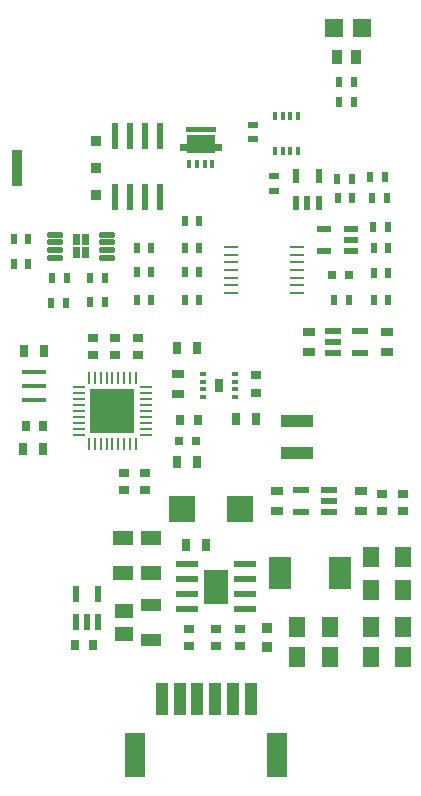
<source format=gtp>
G04*
G04 #@! TF.GenerationSoftware,Altium Limited,Altium Designer,19.1.8 (144)*
G04*
G04 Layer_Color=8421504*
%FSLAX44Y44*%
%MOMM*%
G71*
G01*
G75*
%ADD19R,1.5000X1.5000*%
%ADD20R,0.9500X1.3000*%
%ADD21R,0.6000X0.8500*%
G04:AMPARAMS|DCode=22|XSize=0.76mm|YSize=0.32mm|CornerRadius=0.04mm|HoleSize=0mm|Usage=FLASHONLY|Rotation=270.000|XOffset=0mm|YOffset=0mm|HoleType=Round|Shape=RoundedRectangle|*
%AMROUNDEDRECTD22*
21,1,0.7600,0.2400,0,0,270.0*
21,1,0.6800,0.3200,0,0,270.0*
1,1,0.0800,-0.1200,-0.3400*
1,1,0.0800,-0.1200,0.3400*
1,1,0.0800,0.1200,0.3400*
1,1,0.0800,0.1200,-0.3400*
%
%ADD22ROUNDEDRECTD22*%
%ADD23R,0.8500X0.6000*%
%ADD24R,0.5008X1.2112*%
%ADD25R,1.2112X0.5008*%
%ADD26R,1.0000X0.8000*%
%ADD27R,0.8000X0.8000*%
%ADD28O,1.1968X0.1468*%
G04:AMPARAMS|DCode=29|XSize=1.37mm|YSize=0.46mm|CornerRadius=0.115mm|HoleSize=0mm|Usage=FLASHONLY|Rotation=180.000|XOffset=0mm|YOffset=0mm|HoleType=Round|Shape=RoundedRectangle|*
%AMROUNDEDRECTD29*
21,1,1.3700,0.2300,0,0,180.0*
21,1,1.1400,0.4600,0,0,180.0*
1,1,0.2300,-0.5700,0.1150*
1,1,0.2300,0.5700,0.1150*
1,1,0.2300,0.5700,-0.1150*
1,1,0.2300,-0.5700,-0.1150*
%
%ADD29ROUNDEDRECTD29*%
%ADD30R,1.3208X0.5588*%
%ADD31R,0.5250X0.3000*%
%ADD32R,0.9000X0.7000*%
%ADD33R,0.8000X1.0000*%
%ADD34R,0.7000X0.9000*%
%ADD35R,1.0800X0.2600*%
%ADD36R,0.2600X1.0800*%
%ADD37R,3.7000X3.7000*%
%ADD38R,2.0000X0.4000*%
%ADD39R,2.2000X2.3000*%
%ADD40R,1.9050X2.7940*%
%ADD41R,1.3800X1.8200*%
%ADD42R,0.9300X0.8900*%
%ADD43R,2.1300X3.0000*%
%ADD44R,1.9700X0.6000*%
%ADD45R,1.7200X1.0500*%
%ADD46R,1.5000X1.3000*%
%ADD47R,1.8000X3.8000*%
%ADD48R,1.0000X2.7000*%
%ADD49R,0.5588X1.3208*%
%ADD50R,1.8200X1.1500*%
%ADD51R,2.3700X1.6000*%
%ADD52R,0.4200X0.6600*%
%ADD53R,0.6000X2.2000*%
%ADD54R,0.9144X0.8128*%
%ADD55R,0.9144X3.0988*%
%ADD56R,2.7000X1.1000*%
G36*
X1586800Y649040D02*
X1593800D01*
Y637640D01*
X1586800D01*
Y649040D01*
D02*
G37*
G36*
X1596200D02*
X1603200D01*
Y637640D01*
X1596200D01*
Y649040D01*
D02*
G37*
G36*
X1586800Y662840D02*
X1593800D01*
Y651440D01*
X1586800D01*
Y662840D01*
D02*
G37*
G36*
X1596200D02*
X1603200D01*
Y651440D01*
X1596200D01*
Y662840D01*
D02*
G37*
G36*
X1495220Y810530D02*
X1519190D01*
Y786560D01*
X1495220D01*
Y810530D01*
D02*
G37*
G36*
X1594410Y814920D02*
Y825920D01*
X1600910D01*
Y814920D01*
X1594410D01*
D02*
G37*
G36*
X1479870Y928680D02*
X1474170D01*
Y937580D01*
X1479870D01*
Y928680D01*
D02*
G37*
G36*
X1487470D02*
X1481770D01*
Y937580D01*
X1487470D01*
Y928680D01*
D02*
G37*
G36*
X1595470Y1034900D02*
X1569370D01*
Y1039200D01*
X1595470D01*
Y1034900D01*
D02*
G37*
G36*
X1599945Y1019275D02*
X1594145D01*
Y1024725D01*
X1599945D01*
Y1019275D01*
D02*
G37*
G36*
X1570695D02*
X1564895D01*
Y1024725D01*
X1570695D01*
Y1019275D01*
D02*
G37*
G36*
X1587520Y1017850D02*
X1577320D01*
Y1032850D01*
X1587520D01*
Y1017850D01*
D02*
G37*
G36*
X1487470Y939480D02*
X1481770D01*
Y948380D01*
X1487470D01*
Y939480D01*
D02*
G37*
G36*
X1479870D02*
X1474170D01*
Y948380D01*
X1479870D01*
Y939480D01*
D02*
G37*
D19*
X1695030Y1123200D02*
D03*
X1718670Y1123148D02*
D03*
D20*
X1713828Y1099022D02*
D03*
X1697328D02*
D03*
D21*
X1699170Y1077166D02*
D03*
X1711614D02*
D03*
X1699388Y1060450D02*
D03*
X1711832D02*
D03*
X1710690Y979170D02*
D03*
X1698246D02*
D03*
X1738374Y996950D02*
D03*
X1725930D02*
D03*
X1739644Y979170D02*
D03*
X1727200D02*
D03*
X1740914Y955040D02*
D03*
X1728470D02*
D03*
X1741042Y937260D02*
D03*
X1728598D02*
D03*
X1741170Y915670D02*
D03*
X1728726D02*
D03*
X1581022Y892810D02*
D03*
X1568578D02*
D03*
X1581022Y916940D02*
D03*
X1568578D02*
D03*
X1581022Y937260D02*
D03*
X1568578D02*
D03*
X1540382D02*
D03*
X1527938D02*
D03*
X1527938Y916940D02*
D03*
X1540382D02*
D03*
X1527938Y892810D02*
D03*
X1540382D02*
D03*
X1500884Y891540D02*
D03*
X1488440D02*
D03*
Y911860D02*
D03*
X1500884D02*
D03*
X1456690D02*
D03*
X1469134D02*
D03*
X1423798Y944880D02*
D03*
X1436242D02*
D03*
X1423798Y923290D02*
D03*
X1436242D02*
D03*
X1455676Y890270D02*
D03*
X1468120D02*
D03*
X1695450Y892810D02*
D03*
X1707894D02*
D03*
X1741170D02*
D03*
X1728726D02*
D03*
X1581022Y960120D02*
D03*
X1568578D02*
D03*
X1710434Y995680D02*
D03*
X1697990D02*
D03*
D22*
X1664560Y1048630D02*
D03*
X1658060D02*
D03*
X1651560D02*
D03*
X1645060D02*
D03*
Y1018930D02*
D03*
X1651560D02*
D03*
X1658060D02*
D03*
X1664560D02*
D03*
D23*
X1644650Y985520D02*
D03*
Y997964D02*
D03*
X1626870Y1028956D02*
D03*
Y1041400D02*
D03*
D24*
X1663090Y998290D02*
D03*
X1682090D02*
D03*
Y975290D02*
D03*
X1672590D02*
D03*
X1663090D02*
D03*
D25*
X1686490Y934110D02*
D03*
Y953110D02*
D03*
X1709490D02*
D03*
Y943610D02*
D03*
Y934110D02*
D03*
D26*
X1673860Y865750D02*
D03*
Y848750D02*
D03*
X1563370Y813190D02*
D03*
Y830190D02*
D03*
X1718310Y714130D02*
D03*
Y731130D02*
D03*
X1647190Y714130D02*
D03*
Y731130D02*
D03*
X1739900Y865750D02*
D03*
Y848750D02*
D03*
D27*
X1693030Y914400D02*
D03*
X1708030D02*
D03*
X1578490Y773430D02*
D03*
X1563490D02*
D03*
D28*
X1663760Y898710D02*
D03*
Y905210D02*
D03*
Y911710D02*
D03*
Y918210D02*
D03*
Y924710D02*
D03*
Y931210D02*
D03*
Y937710D02*
D03*
X1607760D02*
D03*
Y931210D02*
D03*
Y924710D02*
D03*
Y918210D02*
D03*
Y911710D02*
D03*
Y905210D02*
D03*
Y898710D02*
D03*
D29*
X1502520Y948280D02*
D03*
Y941780D02*
D03*
Y935280D02*
D03*
Y928780D02*
D03*
X1459120D02*
D03*
Y935280D02*
D03*
Y941780D02*
D03*
Y948280D02*
D03*
D30*
X1693926Y866648D02*
D03*
Y857250D02*
D03*
Y847852D02*
D03*
X1717294D02*
D03*
Y866648D02*
D03*
X1690624Y713232D02*
D03*
Y722630D02*
D03*
Y732028D02*
D03*
X1667256D02*
D03*
Y713232D02*
D03*
D31*
X1584035Y810670D02*
D03*
Y817170D02*
D03*
Y823670D02*
D03*
Y830170D02*
D03*
X1611285Y810670D02*
D03*
Y830170D02*
D03*
Y817170D02*
D03*
Y823670D02*
D03*
D32*
X1629410Y814190D02*
D03*
Y829190D02*
D03*
X1529080Y845940D02*
D03*
Y860940D02*
D03*
X1490980Y860940D02*
D03*
Y845940D02*
D03*
X1535430Y731640D02*
D03*
Y746640D02*
D03*
X1517650Y746640D02*
D03*
Y731640D02*
D03*
X1753870Y713860D02*
D03*
Y728860D02*
D03*
X1736090Y728860D02*
D03*
Y713860D02*
D03*
X1572260Y599560D02*
D03*
Y614560D02*
D03*
X1595120Y599560D02*
D03*
Y614560D02*
D03*
X1615440Y614560D02*
D03*
Y599560D02*
D03*
X1510030Y845940D02*
D03*
Y860940D02*
D03*
D33*
X1612020Y792480D02*
D03*
X1629020D02*
D03*
X1562490Y755650D02*
D03*
X1579490D02*
D03*
X1449950Y849630D02*
D03*
X1432950D02*
D03*
X1448680Y767080D02*
D03*
X1431680D02*
D03*
X1587110Y685800D02*
D03*
X1570110D02*
D03*
X1562490Y852170D02*
D03*
X1579490D02*
D03*
D34*
X1564760Y791210D02*
D03*
X1579760D02*
D03*
X1433950Y786130D02*
D03*
X1448950D02*
D03*
X1490860Y600710D02*
D03*
X1475860D02*
D03*
D35*
X1479340Y818830D02*
D03*
Y813830D02*
D03*
Y808830D02*
D03*
Y803830D02*
D03*
Y798830D02*
D03*
Y793830D02*
D03*
Y788830D02*
D03*
Y783830D02*
D03*
Y778830D02*
D03*
X1535640D02*
D03*
Y783830D02*
D03*
Y788830D02*
D03*
Y793830D02*
D03*
Y798830D02*
D03*
Y803830D02*
D03*
Y808830D02*
D03*
Y813830D02*
D03*
Y818830D02*
D03*
D36*
X1492490Y770680D02*
D03*
X1497490D02*
D03*
X1502490D02*
D03*
X1507490D02*
D03*
X1512490D02*
D03*
X1517490D02*
D03*
X1522490D02*
D03*
X1527490D02*
D03*
Y826980D02*
D03*
X1522490D02*
D03*
X1517490D02*
D03*
X1512490D02*
D03*
X1507490D02*
D03*
X1502490D02*
D03*
X1497490D02*
D03*
X1492490D02*
D03*
X1487490Y770680D02*
D03*
Y826980D02*
D03*
D37*
X1507490Y798830D02*
D03*
D38*
X1441450Y807850D02*
D03*
Y819850D02*
D03*
Y831850D02*
D03*
D39*
X1566810Y716280D02*
D03*
X1615810D02*
D03*
D40*
X1649730Y661670D02*
D03*
X1700530D02*
D03*
D41*
X1753590Y675640D02*
D03*
X1726210D02*
D03*
X1753590Y647700D02*
D03*
X1726210D02*
D03*
X1753590Y615950D02*
D03*
X1726210D02*
D03*
X1663964Y615899D02*
D03*
X1691344D02*
D03*
X1663964Y590587D02*
D03*
X1691344D02*
D03*
X1753590Y590550D02*
D03*
X1726210D02*
D03*
D42*
X1638300Y599360D02*
D03*
Y614760D02*
D03*
D43*
X1595000Y650240D02*
D03*
D44*
X1619750Y669290D02*
D03*
Y656590D02*
D03*
Y643890D02*
D03*
Y631190D02*
D03*
X1570250D02*
D03*
Y643890D02*
D03*
Y656590D02*
D03*
Y669290D02*
D03*
D45*
X1540510Y605160D02*
D03*
Y634360D02*
D03*
D46*
X1517650Y610260D02*
D03*
Y629260D02*
D03*
D47*
X1646900Y507990D02*
D03*
X1526900D02*
D03*
D48*
X1624400Y554990D02*
D03*
X1609400D02*
D03*
X1594400D02*
D03*
X1579400D02*
D03*
X1564400D02*
D03*
X1549400D02*
D03*
D49*
X1476568Y620376D02*
D03*
X1485966D02*
D03*
X1495363D02*
D03*
Y643744D02*
D03*
X1476568D02*
D03*
D50*
X1540510Y662060D02*
D03*
Y691760D02*
D03*
X1516380Y662060D02*
D03*
Y691760D02*
D03*
D51*
X1582420Y1025350D02*
D03*
D52*
X1572670Y1007650D02*
D03*
X1592170D02*
D03*
X1579170D02*
D03*
X1585670D02*
D03*
D53*
X1510030Y979840D02*
D03*
X1522730D02*
D03*
X1548130D02*
D03*
X1510030Y1031840D02*
D03*
X1522730D02*
D03*
X1548130D02*
D03*
X1535430Y979840D02*
D03*
Y1031840D02*
D03*
D54*
X1493520Y981570D02*
D03*
Y1004570D02*
D03*
Y1027570D02*
D03*
D55*
X1426718Y1004570D02*
D03*
D56*
X1663700Y763740D02*
D03*
Y790740D02*
D03*
M02*

</source>
